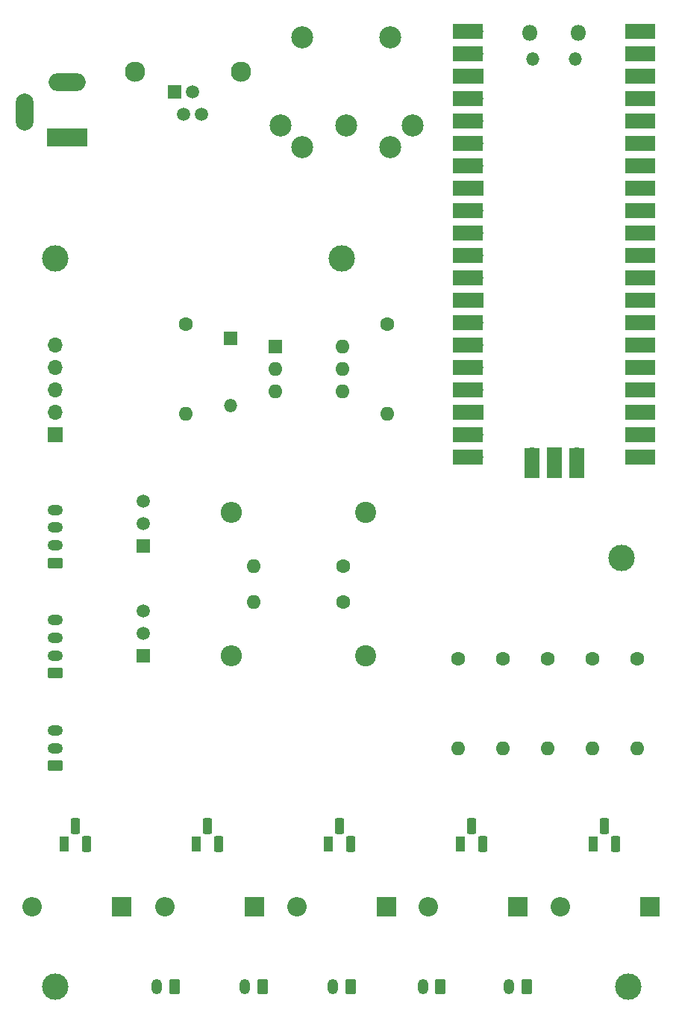
<source format=gbr>
%TF.GenerationSoftware,KiCad,Pcbnew,7.0.10*%
%TF.CreationDate,2024-03-03T10:32:20-06:00*%
%TF.ProjectId,Zimbelstern,5a696d62-656c-4737-9465-726e2e6b6963,rev?*%
%TF.SameCoordinates,Original*%
%TF.FileFunction,Soldermask,Top*%
%TF.FilePolarity,Negative*%
%FSLAX46Y46*%
G04 Gerber Fmt 4.6, Leading zero omitted, Abs format (unit mm)*
G04 Created by KiCad (PCBNEW 7.0.10) date 2024-03-03 10:32:20*
%MOMM*%
%LPD*%
G01*
G04 APERTURE LIST*
G04 Aperture macros list*
%AMRoundRect*
0 Rectangle with rounded corners*
0 $1 Rounding radius*
0 $2 $3 $4 $5 $6 $7 $8 $9 X,Y pos of 4 corners*
0 Add a 4 corners polygon primitive as box body*
4,1,4,$2,$3,$4,$5,$6,$7,$8,$9,$2,$3,0*
0 Add four circle primitives for the rounded corners*
1,1,$1+$1,$2,$3*
1,1,$1+$1,$4,$5*
1,1,$1+$1,$6,$7*
1,1,$1+$1,$8,$9*
0 Add four rect primitives between the rounded corners*
20,1,$1+$1,$2,$3,$4,$5,0*
20,1,$1+$1,$4,$5,$6,$7,0*
20,1,$1+$1,$6,$7,$8,$9,0*
20,1,$1+$1,$8,$9,$2,$3,0*%
G04 Aperture macros list end*
%ADD10C,3.000000*%
%ADD11O,1.200000X1.750000*%
%ADD12RoundRect,0.250000X0.350000X0.625000X-0.350000X0.625000X-0.350000X-0.625000X0.350000X-0.625000X0*%
%ADD13C,1.500000*%
%ADD14R,1.500000X1.500000*%
%ADD15RoundRect,0.250000X0.625000X-0.350000X0.625000X0.350000X-0.625000X0.350000X-0.625000X-0.350000X0*%
%ADD16O,1.750000X1.200000*%
%ADD17O,2.200000X2.200000*%
%ADD18R,2.200000X2.200000*%
%ADD19O,1.600000X1.600000*%
%ADD20R,1.600000X1.600000*%
%ADD21C,1.600000*%
%ADD22C,2.400000*%
%ADD23O,2.400000X2.400000*%
%ADD24O,1.700000X1.700000*%
%ADD25R,1.700000X1.700000*%
%ADD26R,1.100000X1.800000*%
%ADD27RoundRect,0.275000X-0.275000X-0.625000X0.275000X-0.625000X0.275000X0.625000X-0.275000X0.625000X0*%
%ADD28C,2.499360*%
%ADD29C,2.300000*%
%ADD30O,2.000000X4.200000*%
%ADD31O,4.200000X2.000000*%
%ADD32R,4.600000X2.000000*%
%ADD33O,1.500000X1.500000*%
%ADD34O,1.800000X1.800000*%
%ADD35R,3.500000X1.700000*%
%ADD36R,1.700000X3.500000*%
G04 APERTURE END LIST*
D10*
%TO.C,H5*%
X109220000Y-91440000D03*
%TD*%
%TO.C,H4*%
X77500000Y-57500000D03*
%TD*%
%TO.C,H3*%
X45000000Y-140000000D03*
%TD*%
%TO.C,H2*%
X110000000Y-140000000D03*
%TD*%
%TO.C,H1*%
X45000000Y-57500000D03*
%TD*%
D11*
%TO.C,J5*%
X76500000Y-140000000D03*
D12*
X78500000Y-140000000D03*
%TD*%
D13*
%TO.C,Q7*%
X55000000Y-84960000D03*
X55000000Y-87500000D03*
D14*
X55000000Y-90040000D03*
%TD*%
D11*
%TO.C,J6*%
X66500000Y-140000000D03*
D12*
X68500000Y-140000000D03*
%TD*%
D15*
%TO.C,J10*%
X45000000Y-115000000D03*
D16*
X45000000Y-113000000D03*
X45000000Y-111000000D03*
%TD*%
D17*
%TO.C,D5*%
X42340000Y-131000000D03*
D18*
X52500000Y-131000000D03*
%TD*%
D19*
%TO.C,U2*%
X77620000Y-67460000D03*
X77620000Y-70000000D03*
X77620000Y-72540000D03*
X70000000Y-72540000D03*
X70000000Y-70000000D03*
D20*
X70000000Y-67460000D03*
%TD*%
D19*
%TO.C,R7*%
X82700000Y-75080000D03*
D21*
X82700000Y-64920000D03*
%TD*%
D22*
%TO.C,R9*%
X80240000Y-102500000D03*
D23*
X65000000Y-102500000D03*
%TD*%
D21*
%TO.C,R11*%
X77700000Y-92340000D03*
D19*
X67540000Y-92340000D03*
%TD*%
D18*
%TO.C,D3*%
X82580000Y-131000000D03*
D17*
X72420000Y-131000000D03*
%TD*%
D18*
%TO.C,D2*%
X97500000Y-131000000D03*
D17*
X87340000Y-131000000D03*
%TD*%
D21*
%TO.C,R4*%
X95760000Y-102840000D03*
D19*
X95760000Y-113000000D03*
%TD*%
D11*
%TO.C,J4*%
X86700000Y-140000000D03*
D12*
X88700000Y-140000000D03*
%TD*%
D24*
%TO.C,J3*%
X45000000Y-67340000D03*
X45000000Y-69880000D03*
X45000000Y-72420000D03*
X45000000Y-74960000D03*
D25*
X45000000Y-77500000D03*
%TD*%
D21*
%TO.C,R8*%
X77700000Y-96390000D03*
D19*
X67540000Y-96390000D03*
%TD*%
D26*
%TO.C,Q5*%
X46000000Y-123900000D03*
D27*
X47270000Y-121830000D03*
X48540000Y-123900000D03*
%TD*%
D17*
%TO.C,D4*%
X57420000Y-131000000D03*
D18*
X67580000Y-131000000D03*
%TD*%
D26*
%TO.C,Q2*%
X91000000Y-123900000D03*
D27*
X92270000Y-121830000D03*
X93540000Y-123900000D03*
%TD*%
D21*
%TO.C,R5*%
X90680000Y-102840000D03*
D19*
X90680000Y-113000000D03*
%TD*%
D22*
%TO.C,R10*%
X80240000Y-86230000D03*
D23*
X65000000Y-86230000D03*
%TD*%
D28*
%TO.C,J8*%
X83027520Y-32385000D03*
X73025000Y-32385000D03*
X70528180Y-42379900D03*
X78026260Y-42382440D03*
X85524340Y-42379900D03*
X73030080Y-44881800D03*
X83022440Y-44881800D03*
%TD*%
D26*
%TO.C,Q1*%
X106000000Y-123900000D03*
D27*
X107270000Y-121830000D03*
X108540000Y-123900000D03*
%TD*%
D16*
%TO.C,J11*%
X45000000Y-86000000D03*
X45000000Y-88000000D03*
X45000000Y-90000000D03*
D15*
X45000000Y-92000000D03*
%TD*%
D18*
%TO.C,D1*%
X112500000Y-131000000D03*
D17*
X102340000Y-131000000D03*
%TD*%
D21*
%TO.C,R3*%
X100840000Y-102840000D03*
D19*
X100840000Y-113000000D03*
%TD*%
%TO.C,R6*%
X59840000Y-75080000D03*
D21*
X59840000Y-64920000D03*
%TD*%
D29*
%TO.C,J9*%
X54040000Y-36330000D03*
X66040000Y-36330000D03*
D14*
X58510000Y-38630000D03*
D13*
X59530000Y-41170000D03*
X60550000Y-38630000D03*
X61570000Y-41170000D03*
%TD*%
%TO.C,Q6*%
X55000000Y-97460000D03*
X55000000Y-100000000D03*
D14*
X55000000Y-102540000D03*
%TD*%
D15*
%TO.C,J12*%
X45000000Y-104500000D03*
D16*
X45000000Y-102500000D03*
X45000000Y-100500000D03*
X45000000Y-98500000D03*
%TD*%
D12*
%TO.C,J2*%
X98500000Y-140000000D03*
D11*
X96500000Y-140000000D03*
%TD*%
D27*
%TO.C,Q4*%
X63540000Y-123900000D03*
X62270000Y-121830000D03*
D26*
X61000000Y-123900000D03*
%TD*%
D19*
%TO.C,R1*%
X111000000Y-113000000D03*
D21*
X111000000Y-102840000D03*
%TD*%
D26*
%TO.C,Q3*%
X76000000Y-123900000D03*
D27*
X77270000Y-121830000D03*
X78540000Y-123900000D03*
%TD*%
D30*
%TO.C,J1*%
X41555000Y-40865000D03*
D31*
X46355000Y-37465000D03*
D32*
X46355000Y-43765000D03*
%TD*%
D21*
%TO.C,R2*%
X105920000Y-102840000D03*
D19*
X105920000Y-113000000D03*
%TD*%
D33*
%TO.C,D6*%
X64920000Y-74120000D03*
D14*
X64920000Y-66500000D03*
%TD*%
D34*
%TO.C,U1*%
X98875000Y-31880000D03*
D33*
X99175000Y-34910000D03*
X104025000Y-34910000D03*
D34*
X104325000Y-31880000D03*
D24*
X92710000Y-31750000D03*
D35*
X91810000Y-31750000D03*
D24*
X92710000Y-34290000D03*
D35*
X91810000Y-34290000D03*
D25*
X92710000Y-36830000D03*
D35*
X91810000Y-36830000D03*
D24*
X92710000Y-39370000D03*
D35*
X91810000Y-39370000D03*
D24*
X92710000Y-41910000D03*
D35*
X91810000Y-41910000D03*
D24*
X92710000Y-44450000D03*
D35*
X91810000Y-44450000D03*
D24*
X92710000Y-46990000D03*
D35*
X91810000Y-46990000D03*
D25*
X92710000Y-49530000D03*
D35*
X91810000Y-49530000D03*
D24*
X92710000Y-52070000D03*
D35*
X91810000Y-52070000D03*
D24*
X92710000Y-54610000D03*
D35*
X91810000Y-54610000D03*
D24*
X92710000Y-57150000D03*
D35*
X91810000Y-57150000D03*
D24*
X92710000Y-59690000D03*
D35*
X91810000Y-59690000D03*
D25*
X92710000Y-62230000D03*
D35*
X91810000Y-62230000D03*
D24*
X92710000Y-64770000D03*
D35*
X91810000Y-64770000D03*
D24*
X92710000Y-67310000D03*
D35*
X91810000Y-67310000D03*
D24*
X92710000Y-69850000D03*
D35*
X91810000Y-69850000D03*
D24*
X92710000Y-72390000D03*
D35*
X91810000Y-72390000D03*
D25*
X92710000Y-74930000D03*
D35*
X91810000Y-74930000D03*
D24*
X92710000Y-77470000D03*
D35*
X91810000Y-77470000D03*
D24*
X92710000Y-80010000D03*
D35*
X91810000Y-80010000D03*
D24*
X110490000Y-80010000D03*
D35*
X111390000Y-80010000D03*
D24*
X110490000Y-77470000D03*
D35*
X111390000Y-77470000D03*
D25*
X110490000Y-74930000D03*
D35*
X111390000Y-74930000D03*
D24*
X110490000Y-72390000D03*
D35*
X111390000Y-72390000D03*
D24*
X110490000Y-69850000D03*
D35*
X111390000Y-69850000D03*
D24*
X110490000Y-67310000D03*
D35*
X111390000Y-67310000D03*
D24*
X110490000Y-64770000D03*
D35*
X111390000Y-64770000D03*
D25*
X110490000Y-62230000D03*
D35*
X111390000Y-62230000D03*
D24*
X110490000Y-59690000D03*
D35*
X111390000Y-59690000D03*
D24*
X110490000Y-57150000D03*
D35*
X111390000Y-57150000D03*
D24*
X110490000Y-54610000D03*
D35*
X111390000Y-54610000D03*
D24*
X110490000Y-52070000D03*
D35*
X111390000Y-52070000D03*
D25*
X110490000Y-49530000D03*
D35*
X111390000Y-49530000D03*
D24*
X110490000Y-46990000D03*
D35*
X111390000Y-46990000D03*
D24*
X110490000Y-44450000D03*
D35*
X111390000Y-44450000D03*
D24*
X110490000Y-41910000D03*
D35*
X111390000Y-41910000D03*
D24*
X110490000Y-39370000D03*
D35*
X111390000Y-39370000D03*
D25*
X110490000Y-36830000D03*
D35*
X111390000Y-36830000D03*
D24*
X110490000Y-34290000D03*
D35*
X111390000Y-34290000D03*
D24*
X110490000Y-31750000D03*
D35*
X111390000Y-31750000D03*
D24*
X99060000Y-79780000D03*
D36*
X99060000Y-80680000D03*
D25*
X101600000Y-79780000D03*
D36*
X101600000Y-80680000D03*
D24*
X104140000Y-79780000D03*
D36*
X104140000Y-80680000D03*
%TD*%
D11*
%TO.C,J7*%
X56500000Y-140050000D03*
D12*
X58500000Y-140050000D03*
%TD*%
M02*

</source>
